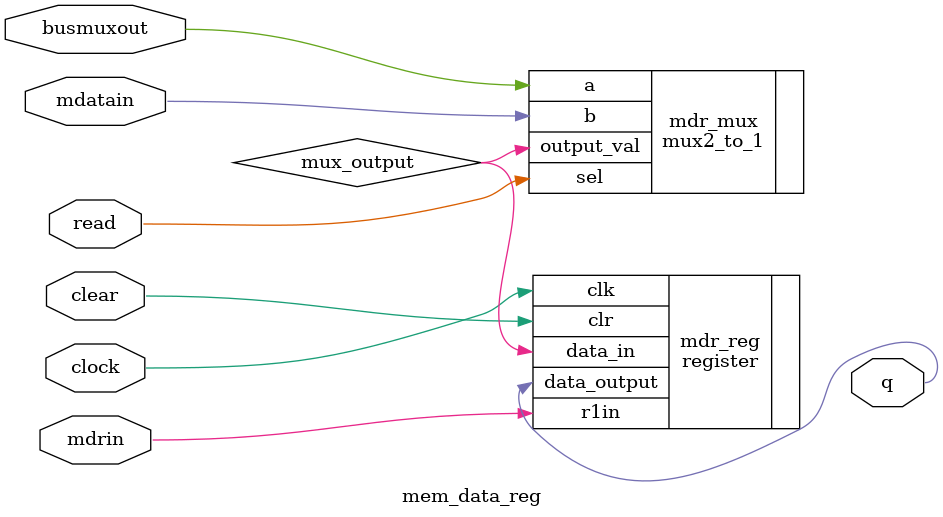
<source format=v>
module mem_data_reg (input busmuxout,
							input mdatain,
							input read,
							input clear,
							input clock,
							input mdrin,
							output q);
wire mux_output;
mux2_to_1 mdr_mux(.a(busmuxout), .b(mdatain), .sel(read), .output_val(mux_output));
register mdr_reg(.clk(clock), .clr(clear), .r1in(mdrin), .data_in(mux_output), .data_output(q));

endmodule
		
	
							
</source>
